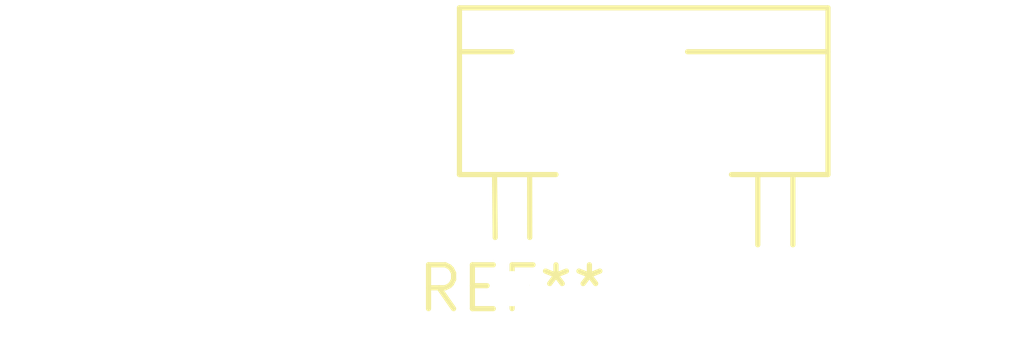
<source format=kicad_pcb>
(kicad_pcb (version 20240108) (generator pcbnew)
  (layers (0 "F.Cu" signal) (31 "B.Cu" signal) (34 "B.Paste" user) (35 "F.Paste" user) (36 "B.SilkS" user "B.Silkscreen") (37 "F.SilkS" user "F.Silkscreen") (38 "B.Mask" user) (39 "F.Mask" user) (44 "Edge.Cuts" user))
  (net 0 "")
  (footprint "PowerIntegrations_TO-220-7C" (layer "F.Cu") (at 0 0)
    (property "Reference" "REF**")
    (property "Value" "PowerIntegrations_TO-220-7C")
    (fp_line (start -1.524 -8.128) (end -1.524 -3.302) (layer "F.SilkS") (stroke (width 0.15)))
    (fp_line (start -1.524 -6.858) (end 0 -6.858) (layer "F.SilkS") (stroke (width 0.15)))
    (fp_line (start -1.524 -3.302) (end 1.27 -3.302) (layer "F.SilkS") (stroke (width 0.15)))
    (fp_line (start -0.49 -1.48) (end -0.508 -3.302) (layer "F.SilkS") (stroke (width 0.15)))
    (fp_line (start 0.51 -1.48) (end 0.508 -3.302) (layer "F.SilkS") (stroke (width 0.15)))
    (fp_line (start 7.112 -1.27) (end 7.112 -3.302) (layer "F.SilkS") (stroke (width 0.15)))
    (fp_line (start 8.128 -1.27) (end 8.128 -3.302) (layer "F.SilkS") (stroke (width 0.15)))
    (fp_line (start 9.144 -8.128) (end -1.524 -8.128) (layer "F.SilkS") (stroke (width 0.15)))
    (fp_line (start 9.144 -8.128) (end 9.144 -3.302) (layer "F.SilkS") (stroke (width 0.15)))
    (fp_line (start 9.144 -6.858) (end 5.08 -6.858) (layer "F.SilkS") (stroke (width 0.15)))
    (fp_line (start 9.144 -3.302) (end 6.35 -3.302) (layer "F.SilkS") (stroke (width 0.15)))
    (pad "1" thru_hole rect (at 0 0) (size 1.905 2.286) (drill 1.016) (layers *.Cu *.Mask) (remove_unused_layers))
    (pad "2" thru_hole oval (at 1.27 -6.35) (size 1.905 2.286) (drill 1.016) (layers *.Cu *.Mask) (remove_unused_layers))
    (pad "3" thru_hole oval (at 2.54 -3.81) (size 1.905 2.286) (drill 1.016) (layers *.Cu *.Mask) (remove_unused_layers))
    (pad "4" thru_hole oval (at 3.81 -6.35) (size 1.905 2.286) (drill 1.016) (layers *.Cu *.Mask) (remove_unused_layers))
    (pad "5" thru_hole oval (at 5.08 -3.81) (size 1.905 2.286) (drill 1.016) (layers *.Cu *.Mask) (remove_unused_layers))
    (pad "7" thru_hole oval (at 7.62 0) (size 1.905 2.286) (drill 1.016) (layers *.Cu *.Mask) (remove_unused_layers))
  )
)
</source>
